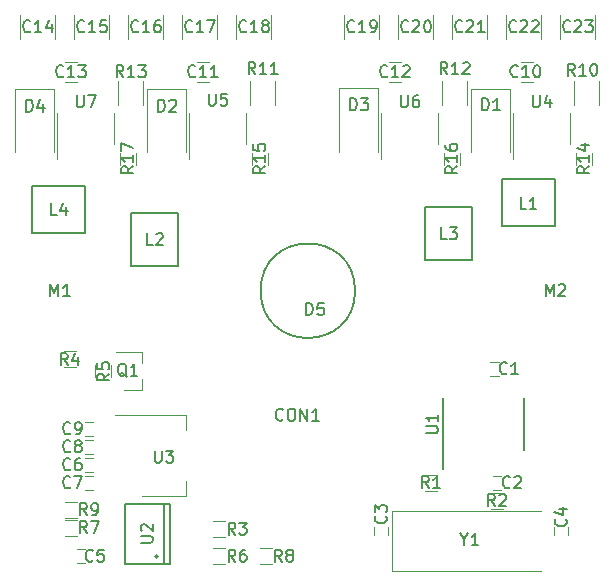
<source format=gto>
G04 #@! TF.GenerationSoftware,KiCad,Pcbnew,(2017-05-12 revision b823d0b78)-makepkg*
G04 #@! TF.CreationDate,2017-06-18T22:17:58+02:00*
G04 #@! TF.ProjectId,led_pixel_stm32f030,6C65645F706978656C5F73746D333266,1.1*
G04 #@! TF.FileFunction,Legend,Top*
G04 #@! TF.FilePolarity,Positive*
%FSLAX46Y46*%
G04 Gerber Fmt 4.6, Leading zero omitted, Abs format (unit mm)*
G04 Created by KiCad (PCBNEW (2017-05-12 revision b823d0b78)-makepkg) date 06/18/17 22:17:58*
%MOMM*%
%LPD*%
G01*
G04 APERTURE LIST*
%ADD10C,0.100000*%
%ADD11C,0.150000*%
%ADD12C,0.120000*%
G04 APERTURE END LIST*
D10*
D11*
X154000000Y-100000000D02*
G75*
G03X154000000Y-100000000I-4000000J0D01*
G01*
X131168000Y-91142000D02*
X131168000Y-95142000D01*
X126668000Y-91142000D02*
X131168000Y-91142000D01*
X126668000Y-95142000D02*
X126668000Y-91142000D01*
X131168000Y-95142000D02*
X126668000Y-95142000D01*
D12*
X135926400Y-108387200D02*
X134466400Y-108387200D01*
X135926400Y-105227200D02*
X133766400Y-105227200D01*
X135926400Y-105227200D02*
X135926400Y-106157200D01*
X135926400Y-108387200D02*
X135926400Y-107457200D01*
X130473000Y-121879000D02*
X131173000Y-121879000D01*
X131173000Y-123079000D02*
X130473000Y-123079000D01*
X165461200Y-106003800D02*
X166161200Y-106003800D01*
X166161200Y-107203800D02*
X165461200Y-107203800D01*
X166354500Y-116856000D02*
X165654500Y-116856000D01*
X165654500Y-115656000D02*
X166354500Y-115656000D01*
X156823000Y-119970000D02*
X156823000Y-120670000D01*
X155623000Y-120670000D02*
X155623000Y-119970000D01*
X170863000Y-120670000D02*
X170863000Y-119970000D01*
X172063000Y-119970000D02*
X172063000Y-120670000D01*
X131808000Y-115332000D02*
X131108000Y-115332000D01*
X131108000Y-114132000D02*
X131808000Y-114132000D01*
X131108000Y-115656000D02*
X131808000Y-115656000D01*
X131808000Y-116856000D02*
X131108000Y-116856000D01*
X131108000Y-112608000D02*
X131808000Y-112608000D01*
X131808000Y-113808000D02*
X131108000Y-113808000D01*
X131808000Y-112284000D02*
X131108000Y-112284000D01*
X131108000Y-111084000D02*
X131808000Y-111084000D01*
X168042000Y-82308000D02*
X169042000Y-82308000D01*
X169042000Y-80608000D02*
X168042000Y-80608000D01*
X140610000Y-82308000D02*
X141610000Y-82308000D01*
X141610000Y-80608000D02*
X140610000Y-80608000D01*
X157866000Y-80608000D02*
X156866000Y-80608000D01*
X156866000Y-82308000D02*
X157866000Y-82308000D01*
X129434000Y-82308000D02*
X130434000Y-82308000D01*
X130434000Y-80608000D02*
X129434000Y-80608000D01*
X167144000Y-82884000D02*
X163844000Y-82884000D01*
X163844000Y-82884000D02*
X163844000Y-88284000D01*
X167144000Y-82884000D02*
X167144000Y-88284000D01*
X139712000Y-82884000D02*
X139712000Y-88284000D01*
X136412000Y-82884000D02*
X136412000Y-88284000D01*
X139712000Y-82884000D02*
X136412000Y-82884000D01*
X155968000Y-82858600D02*
X155968000Y-88258600D01*
X152668000Y-82858600D02*
X152668000Y-88258600D01*
X155968000Y-82858600D02*
X152668000Y-82858600D01*
X128536000Y-82884000D02*
X125236000Y-82884000D01*
X125236000Y-82884000D02*
X125236000Y-88284000D01*
X128536000Y-82884000D02*
X128536000Y-88284000D01*
D11*
X170919000Y-94507000D02*
X166419000Y-94507000D01*
X166419000Y-94507000D02*
X166419000Y-90507000D01*
X166419000Y-90507000D02*
X170919000Y-90507000D01*
X170919000Y-90507000D02*
X170919000Y-94507000D01*
X139046000Y-97932000D02*
X135046000Y-97932000D01*
X139046000Y-93432000D02*
X139046000Y-97932000D01*
X135046000Y-93432000D02*
X139046000Y-93432000D01*
X135046000Y-97932000D02*
X135046000Y-93432000D01*
X159938000Y-97424000D02*
X159938000Y-92924000D01*
X159938000Y-92924000D02*
X163938000Y-92924000D01*
X163938000Y-92924000D02*
X163938000Y-97424000D01*
X163938000Y-97424000D02*
X159938000Y-97424000D01*
D12*
X160914000Y-116936000D02*
X159914000Y-116936000D01*
X159914000Y-115576000D02*
X160914000Y-115576000D01*
X143007000Y-120873000D02*
X142007000Y-120873000D01*
X142007000Y-119513000D02*
X143007000Y-119513000D01*
X129332400Y-105111200D02*
X130332400Y-105111200D01*
X130332400Y-106471200D02*
X129332400Y-106471200D01*
X131946400Y-107307200D02*
X131946400Y-106307200D01*
X133306400Y-106307200D02*
X133306400Y-107307200D01*
X142007000Y-121799000D02*
X143007000Y-121799000D01*
X143007000Y-123159000D02*
X142007000Y-123159000D01*
X130434000Y-120746000D02*
X129434000Y-120746000D01*
X129434000Y-119386000D02*
X130434000Y-119386000D01*
X146944000Y-123159000D02*
X145944000Y-123159000D01*
X145944000Y-121799000D02*
X146944000Y-121799000D01*
X130434000Y-119222000D02*
X129434000Y-119222000D01*
X129434000Y-117862000D02*
X130434000Y-117862000D01*
X174692000Y-82236000D02*
X174692000Y-84236000D01*
X172552000Y-84236000D02*
X172552000Y-82236000D01*
X145120000Y-84236000D02*
X145120000Y-82236000D01*
X147260000Y-82236000D02*
X147260000Y-84236000D01*
X161376000Y-84236000D02*
X161376000Y-82236000D01*
X163516000Y-82236000D02*
X163516000Y-84236000D01*
X136084000Y-82236000D02*
X136084000Y-84236000D01*
X133944000Y-84236000D02*
X133944000Y-82236000D01*
X172688000Y-89324000D02*
X172688000Y-88324000D01*
X174048000Y-88324000D02*
X174048000Y-89324000D01*
X145256000Y-89324000D02*
X145256000Y-88324000D01*
X146616000Y-88324000D02*
X146616000Y-89324000D01*
X162872000Y-88324000D02*
X162872000Y-89324000D01*
X161512000Y-89324000D02*
X161512000Y-88324000D01*
X135440000Y-88324000D02*
X135440000Y-89324000D01*
X134080000Y-89324000D02*
X134080000Y-88324000D01*
D11*
X161409000Y-115053000D02*
X161409000Y-109078000D01*
X168309000Y-113528000D02*
X168309000Y-109078000D01*
X138316000Y-118034000D02*
X134506000Y-118034000D01*
X138316000Y-123114000D02*
X134506000Y-123114000D01*
X138316000Y-123114000D02*
X138316000Y-118034000D01*
X134506000Y-123114000D02*
X134506000Y-118034000D01*
X137808000Y-123114000D02*
X137808000Y-118034000D01*
X137300000Y-122479000D02*
G75*
G03X137300000Y-122479000I-127000J0D01*
G01*
D12*
X133708000Y-110560000D02*
X139718000Y-110560000D01*
X135958000Y-117380000D02*
X139718000Y-117380000D01*
X139718000Y-110560000D02*
X139718000Y-111820000D01*
X139718000Y-117380000D02*
X139718000Y-116120000D01*
X172212000Y-84984000D02*
X172212000Y-87584000D01*
X167412000Y-88884000D02*
X167412000Y-84984000D01*
X144780000Y-84984000D02*
X144780000Y-87584000D01*
X139980000Y-88884000D02*
X139980000Y-84984000D01*
X161036000Y-84984000D02*
X161036000Y-87584000D01*
X156236000Y-88884000D02*
X156236000Y-84984000D01*
X133604000Y-84984000D02*
X133604000Y-87584000D01*
X128804000Y-88884000D02*
X128804000Y-84984000D01*
X157143000Y-123759000D02*
X169743000Y-123759000D01*
X157143000Y-118659000D02*
X157143000Y-123759000D01*
X169743000Y-118659000D02*
X157143000Y-118659000D01*
X166502000Y-118460000D02*
X165502000Y-118460000D01*
X165502000Y-117100000D02*
X166502000Y-117100000D01*
X125660000Y-76648000D02*
X125660000Y-78648000D01*
X128620000Y-78648000D02*
X128620000Y-76648000D01*
X133192000Y-78648000D02*
X133192000Y-76648000D01*
X130232000Y-76648000D02*
X130232000Y-78648000D01*
X137764000Y-78648000D02*
X137764000Y-76648000D01*
X134804000Y-76648000D02*
X134804000Y-78648000D01*
X142336000Y-78648000D02*
X142336000Y-76648000D01*
X139376000Y-76648000D02*
X139376000Y-78648000D01*
X146908000Y-78648000D02*
X146908000Y-76648000D01*
X143948000Y-76648000D02*
X143948000Y-78648000D01*
X153092000Y-76648000D02*
X153092000Y-78648000D01*
X156052000Y-78648000D02*
X156052000Y-76648000D01*
X157664000Y-76648000D02*
X157664000Y-78648000D01*
X160624000Y-78648000D02*
X160624000Y-76648000D01*
X162236000Y-76648000D02*
X162236000Y-78648000D01*
X165196000Y-78648000D02*
X165196000Y-76648000D01*
X166808000Y-76648000D02*
X166808000Y-78648000D01*
X169768000Y-78648000D02*
X169768000Y-76648000D01*
X174340000Y-78648000D02*
X174340000Y-76648000D01*
X171380000Y-76648000D02*
X171380000Y-78648000D01*
D11*
X149861904Y-102052380D02*
X149861904Y-101052380D01*
X150100000Y-101052380D01*
X150242857Y-101100000D01*
X150338095Y-101195238D01*
X150385714Y-101290476D01*
X150433333Y-101480952D01*
X150433333Y-101623809D01*
X150385714Y-101814285D01*
X150338095Y-101909523D01*
X150242857Y-102004761D01*
X150100000Y-102052380D01*
X149861904Y-102052380D01*
X151338095Y-101052380D02*
X150861904Y-101052380D01*
X150814285Y-101528571D01*
X150861904Y-101480952D01*
X150957142Y-101433333D01*
X151195238Y-101433333D01*
X151290476Y-101480952D01*
X151338095Y-101528571D01*
X151385714Y-101623809D01*
X151385714Y-101861904D01*
X151338095Y-101957142D01*
X151290476Y-102004761D01*
X151195238Y-102052380D01*
X150957142Y-102052380D01*
X150861904Y-102004761D01*
X150814285Y-101957142D01*
X147896714Y-110898142D02*
X147849095Y-110945761D01*
X147706238Y-110993380D01*
X147611000Y-110993380D01*
X147468142Y-110945761D01*
X147372904Y-110850523D01*
X147325285Y-110755285D01*
X147277666Y-110564809D01*
X147277666Y-110421952D01*
X147325285Y-110231476D01*
X147372904Y-110136238D01*
X147468142Y-110041000D01*
X147611000Y-109993380D01*
X147706238Y-109993380D01*
X147849095Y-110041000D01*
X147896714Y-110088619D01*
X148515761Y-109993380D02*
X148706238Y-109993380D01*
X148801476Y-110041000D01*
X148896714Y-110136238D01*
X148944333Y-110326714D01*
X148944333Y-110660047D01*
X148896714Y-110850523D01*
X148801476Y-110945761D01*
X148706238Y-110993380D01*
X148515761Y-110993380D01*
X148420523Y-110945761D01*
X148325285Y-110850523D01*
X148277666Y-110660047D01*
X148277666Y-110326714D01*
X148325285Y-110136238D01*
X148420523Y-110041000D01*
X148515761Y-109993380D01*
X149372904Y-110993380D02*
X149372904Y-109993380D01*
X149944333Y-110993380D01*
X149944333Y-109993380D01*
X150944333Y-110993380D02*
X150372904Y-110993380D01*
X150658619Y-110993380D02*
X150658619Y-109993380D01*
X150563380Y-110136238D01*
X150468142Y-110231476D01*
X150372904Y-110279095D01*
X128751333Y-93594380D02*
X128275142Y-93594380D01*
X128275142Y-92594380D01*
X129513238Y-92927714D02*
X129513238Y-93594380D01*
X129275142Y-92546761D02*
X129037047Y-93261047D01*
X129656095Y-93261047D01*
X134664761Y-107278619D02*
X134569523Y-107231000D01*
X134474285Y-107135761D01*
X134331428Y-106992904D01*
X134236190Y-106945285D01*
X134140952Y-106945285D01*
X134188571Y-107183380D02*
X134093333Y-107135761D01*
X133998095Y-107040523D01*
X133950476Y-106850047D01*
X133950476Y-106516714D01*
X133998095Y-106326238D01*
X134093333Y-106231000D01*
X134188571Y-106183380D01*
X134379047Y-106183380D01*
X134474285Y-106231000D01*
X134569523Y-106326238D01*
X134617142Y-106516714D01*
X134617142Y-106850047D01*
X134569523Y-107040523D01*
X134474285Y-107135761D01*
X134379047Y-107183380D01*
X134188571Y-107183380D01*
X135569523Y-107183380D02*
X134998095Y-107183380D01*
X135283809Y-107183380D02*
X135283809Y-106183380D01*
X135188571Y-106326238D01*
X135093333Y-106421476D01*
X134998095Y-106469095D01*
X131799333Y-122836142D02*
X131751714Y-122883761D01*
X131608857Y-122931380D01*
X131513619Y-122931380D01*
X131370761Y-122883761D01*
X131275523Y-122788523D01*
X131227904Y-122693285D01*
X131180285Y-122502809D01*
X131180285Y-122359952D01*
X131227904Y-122169476D01*
X131275523Y-122074238D01*
X131370761Y-121979000D01*
X131513619Y-121931380D01*
X131608857Y-121931380D01*
X131751714Y-121979000D01*
X131799333Y-122026619D01*
X132704095Y-121931380D02*
X132227904Y-121931380D01*
X132180285Y-122407571D01*
X132227904Y-122359952D01*
X132323142Y-122312333D01*
X132561238Y-122312333D01*
X132656476Y-122359952D01*
X132704095Y-122407571D01*
X132751714Y-122502809D01*
X132751714Y-122740904D01*
X132704095Y-122836142D01*
X132656476Y-122883761D01*
X132561238Y-122931380D01*
X132323142Y-122931380D01*
X132227904Y-122883761D01*
X132180285Y-122836142D01*
X166851333Y-106961142D02*
X166803714Y-107008761D01*
X166660857Y-107056380D01*
X166565619Y-107056380D01*
X166422761Y-107008761D01*
X166327523Y-106913523D01*
X166279904Y-106818285D01*
X166232285Y-106627809D01*
X166232285Y-106484952D01*
X166279904Y-106294476D01*
X166327523Y-106199238D01*
X166422761Y-106104000D01*
X166565619Y-106056380D01*
X166660857Y-106056380D01*
X166803714Y-106104000D01*
X166851333Y-106151619D01*
X167803714Y-107056380D02*
X167232285Y-107056380D01*
X167518000Y-107056380D02*
X167518000Y-106056380D01*
X167422761Y-106199238D01*
X167327523Y-106294476D01*
X167232285Y-106342095D01*
X167105333Y-116613142D02*
X167057714Y-116660761D01*
X166914857Y-116708380D01*
X166819619Y-116708380D01*
X166676761Y-116660761D01*
X166581523Y-116565523D01*
X166533904Y-116470285D01*
X166486285Y-116279809D01*
X166486285Y-116136952D01*
X166533904Y-115946476D01*
X166581523Y-115851238D01*
X166676761Y-115756000D01*
X166819619Y-115708380D01*
X166914857Y-115708380D01*
X167057714Y-115756000D01*
X167105333Y-115803619D01*
X167486285Y-115803619D02*
X167533904Y-115756000D01*
X167629142Y-115708380D01*
X167867238Y-115708380D01*
X167962476Y-115756000D01*
X168010095Y-115803619D01*
X168057714Y-115898857D01*
X168057714Y-115994095D01*
X168010095Y-116136952D01*
X167438666Y-116708380D01*
X168057714Y-116708380D01*
X156580142Y-119089666D02*
X156627761Y-119137285D01*
X156675380Y-119280142D01*
X156675380Y-119375380D01*
X156627761Y-119518238D01*
X156532523Y-119613476D01*
X156437285Y-119661095D01*
X156246809Y-119708714D01*
X156103952Y-119708714D01*
X155913476Y-119661095D01*
X155818238Y-119613476D01*
X155723000Y-119518238D01*
X155675380Y-119375380D01*
X155675380Y-119280142D01*
X155723000Y-119137285D01*
X155770619Y-119089666D01*
X155675380Y-118756333D02*
X155675380Y-118137285D01*
X156056333Y-118470619D01*
X156056333Y-118327761D01*
X156103952Y-118232523D01*
X156151571Y-118184904D01*
X156246809Y-118137285D01*
X156484904Y-118137285D01*
X156580142Y-118184904D01*
X156627761Y-118232523D01*
X156675380Y-118327761D01*
X156675380Y-118613476D01*
X156627761Y-118708714D01*
X156580142Y-118756333D01*
X171820142Y-119343666D02*
X171867761Y-119391285D01*
X171915380Y-119534142D01*
X171915380Y-119629380D01*
X171867761Y-119772238D01*
X171772523Y-119867476D01*
X171677285Y-119915095D01*
X171486809Y-119962714D01*
X171343952Y-119962714D01*
X171153476Y-119915095D01*
X171058238Y-119867476D01*
X170963000Y-119772238D01*
X170915380Y-119629380D01*
X170915380Y-119534142D01*
X170963000Y-119391285D01*
X171010619Y-119343666D01*
X171248714Y-118486523D02*
X171915380Y-118486523D01*
X170867761Y-118724619D02*
X171582047Y-118962714D01*
X171582047Y-118343666D01*
X129894333Y-115089142D02*
X129846714Y-115136761D01*
X129703857Y-115184380D01*
X129608619Y-115184380D01*
X129465761Y-115136761D01*
X129370523Y-115041523D01*
X129322904Y-114946285D01*
X129275285Y-114755809D01*
X129275285Y-114612952D01*
X129322904Y-114422476D01*
X129370523Y-114327238D01*
X129465761Y-114232000D01*
X129608619Y-114184380D01*
X129703857Y-114184380D01*
X129846714Y-114232000D01*
X129894333Y-114279619D01*
X130751476Y-114184380D02*
X130561000Y-114184380D01*
X130465761Y-114232000D01*
X130418142Y-114279619D01*
X130322904Y-114422476D01*
X130275285Y-114612952D01*
X130275285Y-114993904D01*
X130322904Y-115089142D01*
X130370523Y-115136761D01*
X130465761Y-115184380D01*
X130656238Y-115184380D01*
X130751476Y-115136761D01*
X130799095Y-115089142D01*
X130846714Y-114993904D01*
X130846714Y-114755809D01*
X130799095Y-114660571D01*
X130751476Y-114612952D01*
X130656238Y-114565333D01*
X130465761Y-114565333D01*
X130370523Y-114612952D01*
X130322904Y-114660571D01*
X130275285Y-114755809D01*
X129894333Y-116613142D02*
X129846714Y-116660761D01*
X129703857Y-116708380D01*
X129608619Y-116708380D01*
X129465761Y-116660761D01*
X129370523Y-116565523D01*
X129322904Y-116470285D01*
X129275285Y-116279809D01*
X129275285Y-116136952D01*
X129322904Y-115946476D01*
X129370523Y-115851238D01*
X129465761Y-115756000D01*
X129608619Y-115708380D01*
X129703857Y-115708380D01*
X129846714Y-115756000D01*
X129894333Y-115803619D01*
X130227666Y-115708380D02*
X130894333Y-115708380D01*
X130465761Y-116708380D01*
X129894333Y-113565142D02*
X129846714Y-113612761D01*
X129703857Y-113660380D01*
X129608619Y-113660380D01*
X129465761Y-113612761D01*
X129370523Y-113517523D01*
X129322904Y-113422285D01*
X129275285Y-113231809D01*
X129275285Y-113088952D01*
X129322904Y-112898476D01*
X129370523Y-112803238D01*
X129465761Y-112708000D01*
X129608619Y-112660380D01*
X129703857Y-112660380D01*
X129846714Y-112708000D01*
X129894333Y-112755619D01*
X130465761Y-113088952D02*
X130370523Y-113041333D01*
X130322904Y-112993714D01*
X130275285Y-112898476D01*
X130275285Y-112850857D01*
X130322904Y-112755619D01*
X130370523Y-112708000D01*
X130465761Y-112660380D01*
X130656238Y-112660380D01*
X130751476Y-112708000D01*
X130799095Y-112755619D01*
X130846714Y-112850857D01*
X130846714Y-112898476D01*
X130799095Y-112993714D01*
X130751476Y-113041333D01*
X130656238Y-113088952D01*
X130465761Y-113088952D01*
X130370523Y-113136571D01*
X130322904Y-113184190D01*
X130275285Y-113279428D01*
X130275285Y-113469904D01*
X130322904Y-113565142D01*
X130370523Y-113612761D01*
X130465761Y-113660380D01*
X130656238Y-113660380D01*
X130751476Y-113612761D01*
X130799095Y-113565142D01*
X130846714Y-113469904D01*
X130846714Y-113279428D01*
X130799095Y-113184190D01*
X130751476Y-113136571D01*
X130656238Y-113088952D01*
X129894333Y-112041142D02*
X129846714Y-112088761D01*
X129703857Y-112136380D01*
X129608619Y-112136380D01*
X129465761Y-112088761D01*
X129370523Y-111993523D01*
X129322904Y-111898285D01*
X129275285Y-111707809D01*
X129275285Y-111564952D01*
X129322904Y-111374476D01*
X129370523Y-111279238D01*
X129465761Y-111184000D01*
X129608619Y-111136380D01*
X129703857Y-111136380D01*
X129846714Y-111184000D01*
X129894333Y-111231619D01*
X130370523Y-112136380D02*
X130561000Y-112136380D01*
X130656238Y-112088761D01*
X130703857Y-112041142D01*
X130799095Y-111898285D01*
X130846714Y-111707809D01*
X130846714Y-111326857D01*
X130799095Y-111231619D01*
X130751476Y-111184000D01*
X130656238Y-111136380D01*
X130465761Y-111136380D01*
X130370523Y-111184000D01*
X130322904Y-111231619D01*
X130275285Y-111326857D01*
X130275285Y-111564952D01*
X130322904Y-111660190D01*
X130370523Y-111707809D01*
X130465761Y-111755428D01*
X130656238Y-111755428D01*
X130751476Y-111707809D01*
X130799095Y-111660190D01*
X130846714Y-111564952D01*
X167772142Y-81815142D02*
X167724523Y-81862761D01*
X167581666Y-81910380D01*
X167486428Y-81910380D01*
X167343571Y-81862761D01*
X167248333Y-81767523D01*
X167200714Y-81672285D01*
X167153095Y-81481809D01*
X167153095Y-81338952D01*
X167200714Y-81148476D01*
X167248333Y-81053238D01*
X167343571Y-80958000D01*
X167486428Y-80910380D01*
X167581666Y-80910380D01*
X167724523Y-80958000D01*
X167772142Y-81005619D01*
X168724523Y-81910380D02*
X168153095Y-81910380D01*
X168438809Y-81910380D02*
X168438809Y-80910380D01*
X168343571Y-81053238D01*
X168248333Y-81148476D01*
X168153095Y-81196095D01*
X169343571Y-80910380D02*
X169438809Y-80910380D01*
X169534047Y-80958000D01*
X169581666Y-81005619D01*
X169629285Y-81100857D01*
X169676904Y-81291333D01*
X169676904Y-81529428D01*
X169629285Y-81719904D01*
X169581666Y-81815142D01*
X169534047Y-81862761D01*
X169438809Y-81910380D01*
X169343571Y-81910380D01*
X169248333Y-81862761D01*
X169200714Y-81815142D01*
X169153095Y-81719904D01*
X169105476Y-81529428D01*
X169105476Y-81291333D01*
X169153095Y-81100857D01*
X169200714Y-81005619D01*
X169248333Y-80958000D01*
X169343571Y-80910380D01*
X140467142Y-81815142D02*
X140419523Y-81862761D01*
X140276666Y-81910380D01*
X140181428Y-81910380D01*
X140038571Y-81862761D01*
X139943333Y-81767523D01*
X139895714Y-81672285D01*
X139848095Y-81481809D01*
X139848095Y-81338952D01*
X139895714Y-81148476D01*
X139943333Y-81053238D01*
X140038571Y-80958000D01*
X140181428Y-80910380D01*
X140276666Y-80910380D01*
X140419523Y-80958000D01*
X140467142Y-81005619D01*
X141419523Y-81910380D02*
X140848095Y-81910380D01*
X141133809Y-81910380D02*
X141133809Y-80910380D01*
X141038571Y-81053238D01*
X140943333Y-81148476D01*
X140848095Y-81196095D01*
X142371904Y-81910380D02*
X141800476Y-81910380D01*
X142086190Y-81910380D02*
X142086190Y-80910380D01*
X141990952Y-81053238D01*
X141895714Y-81148476D01*
X141800476Y-81196095D01*
X156723142Y-81815142D02*
X156675523Y-81862761D01*
X156532666Y-81910380D01*
X156437428Y-81910380D01*
X156294571Y-81862761D01*
X156199333Y-81767523D01*
X156151714Y-81672285D01*
X156104095Y-81481809D01*
X156104095Y-81338952D01*
X156151714Y-81148476D01*
X156199333Y-81053238D01*
X156294571Y-80958000D01*
X156437428Y-80910380D01*
X156532666Y-80910380D01*
X156675523Y-80958000D01*
X156723142Y-81005619D01*
X157675523Y-81910380D02*
X157104095Y-81910380D01*
X157389809Y-81910380D02*
X157389809Y-80910380D01*
X157294571Y-81053238D01*
X157199333Y-81148476D01*
X157104095Y-81196095D01*
X158056476Y-81005619D02*
X158104095Y-80958000D01*
X158199333Y-80910380D01*
X158437428Y-80910380D01*
X158532666Y-80958000D01*
X158580285Y-81005619D01*
X158627904Y-81100857D01*
X158627904Y-81196095D01*
X158580285Y-81338952D01*
X158008857Y-81910380D01*
X158627904Y-81910380D01*
X129291142Y-81815142D02*
X129243523Y-81862761D01*
X129100666Y-81910380D01*
X129005428Y-81910380D01*
X128862571Y-81862761D01*
X128767333Y-81767523D01*
X128719714Y-81672285D01*
X128672095Y-81481809D01*
X128672095Y-81338952D01*
X128719714Y-81148476D01*
X128767333Y-81053238D01*
X128862571Y-80958000D01*
X129005428Y-80910380D01*
X129100666Y-80910380D01*
X129243523Y-80958000D01*
X129291142Y-81005619D01*
X130243523Y-81910380D02*
X129672095Y-81910380D01*
X129957809Y-81910380D02*
X129957809Y-80910380D01*
X129862571Y-81053238D01*
X129767333Y-81148476D01*
X129672095Y-81196095D01*
X130576857Y-80910380D02*
X131195904Y-80910380D01*
X130862571Y-81291333D01*
X131005428Y-81291333D01*
X131100666Y-81338952D01*
X131148285Y-81386571D01*
X131195904Y-81481809D01*
X131195904Y-81719904D01*
X131148285Y-81815142D01*
X131100666Y-81862761D01*
X131005428Y-81910380D01*
X130719714Y-81910380D01*
X130624476Y-81862761D01*
X130576857Y-81815142D01*
X164755904Y-84704380D02*
X164755904Y-83704380D01*
X164994000Y-83704380D01*
X165136857Y-83752000D01*
X165232095Y-83847238D01*
X165279714Y-83942476D01*
X165327333Y-84132952D01*
X165327333Y-84275809D01*
X165279714Y-84466285D01*
X165232095Y-84561523D01*
X165136857Y-84656761D01*
X164994000Y-84704380D01*
X164755904Y-84704380D01*
X166279714Y-84704380D02*
X165708285Y-84704380D01*
X165994000Y-84704380D02*
X165994000Y-83704380D01*
X165898761Y-83847238D01*
X165803523Y-83942476D01*
X165708285Y-83990095D01*
X137323904Y-84831380D02*
X137323904Y-83831380D01*
X137562000Y-83831380D01*
X137704857Y-83879000D01*
X137800095Y-83974238D01*
X137847714Y-84069476D01*
X137895333Y-84259952D01*
X137895333Y-84402809D01*
X137847714Y-84593285D01*
X137800095Y-84688523D01*
X137704857Y-84783761D01*
X137562000Y-84831380D01*
X137323904Y-84831380D01*
X138276285Y-83926619D02*
X138323904Y-83879000D01*
X138419142Y-83831380D01*
X138657238Y-83831380D01*
X138752476Y-83879000D01*
X138800095Y-83926619D01*
X138847714Y-84021857D01*
X138847714Y-84117095D01*
X138800095Y-84259952D01*
X138228666Y-84831380D01*
X138847714Y-84831380D01*
X153579904Y-84704380D02*
X153579904Y-83704380D01*
X153818000Y-83704380D01*
X153960857Y-83752000D01*
X154056095Y-83847238D01*
X154103714Y-83942476D01*
X154151333Y-84132952D01*
X154151333Y-84275809D01*
X154103714Y-84466285D01*
X154056095Y-84561523D01*
X153960857Y-84656761D01*
X153818000Y-84704380D01*
X153579904Y-84704380D01*
X154484666Y-83704380D02*
X155103714Y-83704380D01*
X154770380Y-84085333D01*
X154913238Y-84085333D01*
X155008476Y-84132952D01*
X155056095Y-84180571D01*
X155103714Y-84275809D01*
X155103714Y-84513904D01*
X155056095Y-84609142D01*
X155008476Y-84656761D01*
X154913238Y-84704380D01*
X154627523Y-84704380D01*
X154532285Y-84656761D01*
X154484666Y-84609142D01*
X126147904Y-84831380D02*
X126147904Y-83831380D01*
X126386000Y-83831380D01*
X126528857Y-83879000D01*
X126624095Y-83974238D01*
X126671714Y-84069476D01*
X126719333Y-84259952D01*
X126719333Y-84402809D01*
X126671714Y-84593285D01*
X126624095Y-84688523D01*
X126528857Y-84783761D01*
X126386000Y-84831380D01*
X126147904Y-84831380D01*
X127576476Y-84164714D02*
X127576476Y-84831380D01*
X127338380Y-83783761D02*
X127100285Y-84498047D01*
X127719333Y-84498047D01*
X168502333Y-93086380D02*
X168026142Y-93086380D01*
X168026142Y-92086380D01*
X169359476Y-93086380D02*
X168788047Y-93086380D01*
X169073761Y-93086380D02*
X169073761Y-92086380D01*
X168978523Y-92229238D01*
X168883285Y-92324476D01*
X168788047Y-92372095D01*
X136879333Y-96134380D02*
X136403142Y-96134380D01*
X136403142Y-95134380D01*
X137165047Y-95229619D02*
X137212666Y-95182000D01*
X137307904Y-95134380D01*
X137546000Y-95134380D01*
X137641238Y-95182000D01*
X137688857Y-95229619D01*
X137736476Y-95324857D01*
X137736476Y-95420095D01*
X137688857Y-95562952D01*
X137117428Y-96134380D01*
X137736476Y-96134380D01*
X161771333Y-95626380D02*
X161295142Y-95626380D01*
X161295142Y-94626380D01*
X162009428Y-94626380D02*
X162628476Y-94626380D01*
X162295142Y-95007333D01*
X162438000Y-95007333D01*
X162533238Y-95054952D01*
X162580857Y-95102571D01*
X162628476Y-95197809D01*
X162628476Y-95435904D01*
X162580857Y-95531142D01*
X162533238Y-95578761D01*
X162438000Y-95626380D01*
X162152285Y-95626380D01*
X162057047Y-95578761D01*
X162009428Y-95531142D01*
X160247333Y-116708380D02*
X159914000Y-116232190D01*
X159675904Y-116708380D02*
X159675904Y-115708380D01*
X160056857Y-115708380D01*
X160152095Y-115756000D01*
X160199714Y-115803619D01*
X160247333Y-115898857D01*
X160247333Y-116041714D01*
X160199714Y-116136952D01*
X160152095Y-116184571D01*
X160056857Y-116232190D01*
X159675904Y-116232190D01*
X161199714Y-116708380D02*
X160628285Y-116708380D01*
X160914000Y-116708380D02*
X160914000Y-115708380D01*
X160818761Y-115851238D01*
X160723523Y-115946476D01*
X160628285Y-115994095D01*
X143864333Y-120645380D02*
X143531000Y-120169190D01*
X143292904Y-120645380D02*
X143292904Y-119645380D01*
X143673857Y-119645380D01*
X143769095Y-119693000D01*
X143816714Y-119740619D01*
X143864333Y-119835857D01*
X143864333Y-119978714D01*
X143816714Y-120073952D01*
X143769095Y-120121571D01*
X143673857Y-120169190D01*
X143292904Y-120169190D01*
X144197666Y-119645380D02*
X144816714Y-119645380D01*
X144483380Y-120026333D01*
X144626238Y-120026333D01*
X144721476Y-120073952D01*
X144769095Y-120121571D01*
X144816714Y-120216809D01*
X144816714Y-120454904D01*
X144769095Y-120550142D01*
X144721476Y-120597761D01*
X144626238Y-120645380D01*
X144340523Y-120645380D01*
X144245285Y-120597761D01*
X144197666Y-120550142D01*
X129665733Y-106294380D02*
X129332400Y-105818190D01*
X129094304Y-106294380D02*
X129094304Y-105294380D01*
X129475257Y-105294380D01*
X129570495Y-105342000D01*
X129618114Y-105389619D01*
X129665733Y-105484857D01*
X129665733Y-105627714D01*
X129618114Y-105722952D01*
X129570495Y-105770571D01*
X129475257Y-105818190D01*
X129094304Y-105818190D01*
X130522876Y-105627714D02*
X130522876Y-106294380D01*
X130284780Y-105246761D02*
X130046685Y-105961047D01*
X130665733Y-105961047D01*
X133180380Y-107024666D02*
X132704190Y-107358000D01*
X133180380Y-107596095D02*
X132180380Y-107596095D01*
X132180380Y-107215142D01*
X132228000Y-107119904D01*
X132275619Y-107072285D01*
X132370857Y-107024666D01*
X132513714Y-107024666D01*
X132608952Y-107072285D01*
X132656571Y-107119904D01*
X132704190Y-107215142D01*
X132704190Y-107596095D01*
X132180380Y-106119904D02*
X132180380Y-106596095D01*
X132656571Y-106643714D01*
X132608952Y-106596095D01*
X132561333Y-106500857D01*
X132561333Y-106262761D01*
X132608952Y-106167523D01*
X132656571Y-106119904D01*
X132751809Y-106072285D01*
X132989904Y-106072285D01*
X133085142Y-106119904D01*
X133132761Y-106167523D01*
X133180380Y-106262761D01*
X133180380Y-106500857D01*
X133132761Y-106596095D01*
X133085142Y-106643714D01*
X143864333Y-122931380D02*
X143531000Y-122455190D01*
X143292904Y-122931380D02*
X143292904Y-121931380D01*
X143673857Y-121931380D01*
X143769095Y-121979000D01*
X143816714Y-122026619D01*
X143864333Y-122121857D01*
X143864333Y-122264714D01*
X143816714Y-122359952D01*
X143769095Y-122407571D01*
X143673857Y-122455190D01*
X143292904Y-122455190D01*
X144721476Y-121931380D02*
X144531000Y-121931380D01*
X144435761Y-121979000D01*
X144388142Y-122026619D01*
X144292904Y-122169476D01*
X144245285Y-122359952D01*
X144245285Y-122740904D01*
X144292904Y-122836142D01*
X144340523Y-122883761D01*
X144435761Y-122931380D01*
X144626238Y-122931380D01*
X144721476Y-122883761D01*
X144769095Y-122836142D01*
X144816714Y-122740904D01*
X144816714Y-122502809D01*
X144769095Y-122407571D01*
X144721476Y-122359952D01*
X144626238Y-122312333D01*
X144435761Y-122312333D01*
X144340523Y-122359952D01*
X144292904Y-122407571D01*
X144245285Y-122502809D01*
X131291333Y-120518380D02*
X130958000Y-120042190D01*
X130719904Y-120518380D02*
X130719904Y-119518380D01*
X131100857Y-119518380D01*
X131196095Y-119566000D01*
X131243714Y-119613619D01*
X131291333Y-119708857D01*
X131291333Y-119851714D01*
X131243714Y-119946952D01*
X131196095Y-119994571D01*
X131100857Y-120042190D01*
X130719904Y-120042190D01*
X131624666Y-119518380D02*
X132291333Y-119518380D01*
X131862761Y-120518380D01*
X147801333Y-122931380D02*
X147468000Y-122455190D01*
X147229904Y-122931380D02*
X147229904Y-121931380D01*
X147610857Y-121931380D01*
X147706095Y-121979000D01*
X147753714Y-122026619D01*
X147801333Y-122121857D01*
X147801333Y-122264714D01*
X147753714Y-122359952D01*
X147706095Y-122407571D01*
X147610857Y-122455190D01*
X147229904Y-122455190D01*
X148372761Y-122359952D02*
X148277523Y-122312333D01*
X148229904Y-122264714D01*
X148182285Y-122169476D01*
X148182285Y-122121857D01*
X148229904Y-122026619D01*
X148277523Y-121979000D01*
X148372761Y-121931380D01*
X148563238Y-121931380D01*
X148658476Y-121979000D01*
X148706095Y-122026619D01*
X148753714Y-122121857D01*
X148753714Y-122169476D01*
X148706095Y-122264714D01*
X148658476Y-122312333D01*
X148563238Y-122359952D01*
X148372761Y-122359952D01*
X148277523Y-122407571D01*
X148229904Y-122455190D01*
X148182285Y-122550428D01*
X148182285Y-122740904D01*
X148229904Y-122836142D01*
X148277523Y-122883761D01*
X148372761Y-122931380D01*
X148563238Y-122931380D01*
X148658476Y-122883761D01*
X148706095Y-122836142D01*
X148753714Y-122740904D01*
X148753714Y-122550428D01*
X148706095Y-122455190D01*
X148658476Y-122407571D01*
X148563238Y-122359952D01*
X131291333Y-118994380D02*
X130958000Y-118518190D01*
X130719904Y-118994380D02*
X130719904Y-117994380D01*
X131100857Y-117994380D01*
X131196095Y-118042000D01*
X131243714Y-118089619D01*
X131291333Y-118184857D01*
X131291333Y-118327714D01*
X131243714Y-118422952D01*
X131196095Y-118470571D01*
X131100857Y-118518190D01*
X130719904Y-118518190D01*
X131767523Y-118994380D02*
X131958000Y-118994380D01*
X132053238Y-118946761D01*
X132100857Y-118899142D01*
X132196095Y-118756285D01*
X132243714Y-118565809D01*
X132243714Y-118184857D01*
X132196095Y-118089619D01*
X132148476Y-118042000D01*
X132053238Y-117994380D01*
X131862761Y-117994380D01*
X131767523Y-118042000D01*
X131719904Y-118089619D01*
X131672285Y-118184857D01*
X131672285Y-118422952D01*
X131719904Y-118518190D01*
X131767523Y-118565809D01*
X131862761Y-118613428D01*
X132053238Y-118613428D01*
X132148476Y-118565809D01*
X132196095Y-118518190D01*
X132243714Y-118422952D01*
X172598142Y-81783380D02*
X172264809Y-81307190D01*
X172026714Y-81783380D02*
X172026714Y-80783380D01*
X172407666Y-80783380D01*
X172502904Y-80831000D01*
X172550523Y-80878619D01*
X172598142Y-80973857D01*
X172598142Y-81116714D01*
X172550523Y-81211952D01*
X172502904Y-81259571D01*
X172407666Y-81307190D01*
X172026714Y-81307190D01*
X173550523Y-81783380D02*
X172979095Y-81783380D01*
X173264809Y-81783380D02*
X173264809Y-80783380D01*
X173169571Y-80926238D01*
X173074333Y-81021476D01*
X172979095Y-81069095D01*
X174169571Y-80783380D02*
X174264809Y-80783380D01*
X174360047Y-80831000D01*
X174407666Y-80878619D01*
X174455285Y-80973857D01*
X174502904Y-81164333D01*
X174502904Y-81402428D01*
X174455285Y-81592904D01*
X174407666Y-81688142D01*
X174360047Y-81735761D01*
X174264809Y-81783380D01*
X174169571Y-81783380D01*
X174074333Y-81735761D01*
X174026714Y-81688142D01*
X173979095Y-81592904D01*
X173931476Y-81402428D01*
X173931476Y-81164333D01*
X173979095Y-80973857D01*
X174026714Y-80878619D01*
X174074333Y-80831000D01*
X174169571Y-80783380D01*
X145547142Y-81656380D02*
X145213809Y-81180190D01*
X144975714Y-81656380D02*
X144975714Y-80656380D01*
X145356666Y-80656380D01*
X145451904Y-80704000D01*
X145499523Y-80751619D01*
X145547142Y-80846857D01*
X145547142Y-80989714D01*
X145499523Y-81084952D01*
X145451904Y-81132571D01*
X145356666Y-81180190D01*
X144975714Y-81180190D01*
X146499523Y-81656380D02*
X145928095Y-81656380D01*
X146213809Y-81656380D02*
X146213809Y-80656380D01*
X146118571Y-80799238D01*
X146023333Y-80894476D01*
X145928095Y-80942095D01*
X147451904Y-81656380D02*
X146880476Y-81656380D01*
X147166190Y-81656380D02*
X147166190Y-80656380D01*
X147070952Y-80799238D01*
X146975714Y-80894476D01*
X146880476Y-80942095D01*
X161803142Y-81656380D02*
X161469809Y-81180190D01*
X161231714Y-81656380D02*
X161231714Y-80656380D01*
X161612666Y-80656380D01*
X161707904Y-80704000D01*
X161755523Y-80751619D01*
X161803142Y-80846857D01*
X161803142Y-80989714D01*
X161755523Y-81084952D01*
X161707904Y-81132571D01*
X161612666Y-81180190D01*
X161231714Y-81180190D01*
X162755523Y-81656380D02*
X162184095Y-81656380D01*
X162469809Y-81656380D02*
X162469809Y-80656380D01*
X162374571Y-80799238D01*
X162279333Y-80894476D01*
X162184095Y-80942095D01*
X163136476Y-80751619D02*
X163184095Y-80704000D01*
X163279333Y-80656380D01*
X163517428Y-80656380D01*
X163612666Y-80704000D01*
X163660285Y-80751619D01*
X163707904Y-80846857D01*
X163707904Y-80942095D01*
X163660285Y-81084952D01*
X163088857Y-81656380D01*
X163707904Y-81656380D01*
X134371142Y-81910380D02*
X134037809Y-81434190D01*
X133799714Y-81910380D02*
X133799714Y-80910380D01*
X134180666Y-80910380D01*
X134275904Y-80958000D01*
X134323523Y-81005619D01*
X134371142Y-81100857D01*
X134371142Y-81243714D01*
X134323523Y-81338952D01*
X134275904Y-81386571D01*
X134180666Y-81434190D01*
X133799714Y-81434190D01*
X135323523Y-81910380D02*
X134752095Y-81910380D01*
X135037809Y-81910380D02*
X135037809Y-80910380D01*
X134942571Y-81053238D01*
X134847333Y-81148476D01*
X134752095Y-81196095D01*
X135656857Y-80910380D02*
X136275904Y-80910380D01*
X135942571Y-81291333D01*
X136085428Y-81291333D01*
X136180666Y-81338952D01*
X136228285Y-81386571D01*
X136275904Y-81481809D01*
X136275904Y-81719904D01*
X136228285Y-81815142D01*
X136180666Y-81862761D01*
X136085428Y-81910380D01*
X135799714Y-81910380D01*
X135704476Y-81862761D01*
X135656857Y-81815142D01*
X173820380Y-89466857D02*
X173344190Y-89800190D01*
X173820380Y-90038285D02*
X172820380Y-90038285D01*
X172820380Y-89657333D01*
X172868000Y-89562095D01*
X172915619Y-89514476D01*
X173010857Y-89466857D01*
X173153714Y-89466857D01*
X173248952Y-89514476D01*
X173296571Y-89562095D01*
X173344190Y-89657333D01*
X173344190Y-90038285D01*
X173820380Y-88514476D02*
X173820380Y-89085904D01*
X173820380Y-88800190D02*
X172820380Y-88800190D01*
X172963238Y-88895428D01*
X173058476Y-88990666D01*
X173106095Y-89085904D01*
X173153714Y-87657333D02*
X173820380Y-87657333D01*
X172772761Y-87895428D02*
X173487047Y-88133523D01*
X173487047Y-87514476D01*
X146388380Y-89466857D02*
X145912190Y-89800190D01*
X146388380Y-90038285D02*
X145388380Y-90038285D01*
X145388380Y-89657333D01*
X145436000Y-89562095D01*
X145483619Y-89514476D01*
X145578857Y-89466857D01*
X145721714Y-89466857D01*
X145816952Y-89514476D01*
X145864571Y-89562095D01*
X145912190Y-89657333D01*
X145912190Y-90038285D01*
X146388380Y-88514476D02*
X146388380Y-89085904D01*
X146388380Y-88800190D02*
X145388380Y-88800190D01*
X145531238Y-88895428D01*
X145626476Y-88990666D01*
X145674095Y-89085904D01*
X145388380Y-87609714D02*
X145388380Y-88085904D01*
X145864571Y-88133523D01*
X145816952Y-88085904D01*
X145769333Y-87990666D01*
X145769333Y-87752571D01*
X145816952Y-87657333D01*
X145864571Y-87609714D01*
X145959809Y-87562095D01*
X146197904Y-87562095D01*
X146293142Y-87609714D01*
X146340761Y-87657333D01*
X146388380Y-87752571D01*
X146388380Y-87990666D01*
X146340761Y-88085904D01*
X146293142Y-88133523D01*
X162644380Y-89466857D02*
X162168190Y-89800190D01*
X162644380Y-90038285D02*
X161644380Y-90038285D01*
X161644380Y-89657333D01*
X161692000Y-89562095D01*
X161739619Y-89514476D01*
X161834857Y-89466857D01*
X161977714Y-89466857D01*
X162072952Y-89514476D01*
X162120571Y-89562095D01*
X162168190Y-89657333D01*
X162168190Y-90038285D01*
X162644380Y-88514476D02*
X162644380Y-89085904D01*
X162644380Y-88800190D02*
X161644380Y-88800190D01*
X161787238Y-88895428D01*
X161882476Y-88990666D01*
X161930095Y-89085904D01*
X161644380Y-87657333D02*
X161644380Y-87847809D01*
X161692000Y-87943047D01*
X161739619Y-87990666D01*
X161882476Y-88085904D01*
X162072952Y-88133523D01*
X162453904Y-88133523D01*
X162549142Y-88085904D01*
X162596761Y-88038285D01*
X162644380Y-87943047D01*
X162644380Y-87752571D01*
X162596761Y-87657333D01*
X162549142Y-87609714D01*
X162453904Y-87562095D01*
X162215809Y-87562095D01*
X162120571Y-87609714D01*
X162072952Y-87657333D01*
X162025333Y-87752571D01*
X162025333Y-87943047D01*
X162072952Y-88038285D01*
X162120571Y-88085904D01*
X162215809Y-88133523D01*
X135212380Y-89466857D02*
X134736190Y-89800190D01*
X135212380Y-90038285D02*
X134212380Y-90038285D01*
X134212380Y-89657333D01*
X134260000Y-89562095D01*
X134307619Y-89514476D01*
X134402857Y-89466857D01*
X134545714Y-89466857D01*
X134640952Y-89514476D01*
X134688571Y-89562095D01*
X134736190Y-89657333D01*
X134736190Y-90038285D01*
X135212380Y-88514476D02*
X135212380Y-89085904D01*
X135212380Y-88800190D02*
X134212380Y-88800190D01*
X134355238Y-88895428D01*
X134450476Y-88990666D01*
X134498095Y-89085904D01*
X134212380Y-88181142D02*
X134212380Y-87514476D01*
X135212380Y-87943047D01*
X160011380Y-112064904D02*
X160820904Y-112064904D01*
X160916142Y-112017285D01*
X160963761Y-111969666D01*
X161011380Y-111874428D01*
X161011380Y-111683952D01*
X160963761Y-111588714D01*
X160916142Y-111541095D01*
X160820904Y-111493476D01*
X160011380Y-111493476D01*
X161011380Y-110493476D02*
X161011380Y-111064904D01*
X161011380Y-110779190D02*
X160011380Y-110779190D01*
X160154238Y-110874428D01*
X160249476Y-110969666D01*
X160297095Y-111064904D01*
X135863380Y-121335904D02*
X136672904Y-121335904D01*
X136768142Y-121288285D01*
X136815761Y-121240666D01*
X136863380Y-121145428D01*
X136863380Y-120954952D01*
X136815761Y-120859714D01*
X136768142Y-120812095D01*
X136672904Y-120764476D01*
X135863380Y-120764476D01*
X135958619Y-120335904D02*
X135911000Y-120288285D01*
X135863380Y-120193047D01*
X135863380Y-119954952D01*
X135911000Y-119859714D01*
X135958619Y-119812095D01*
X136053857Y-119764476D01*
X136149095Y-119764476D01*
X136291952Y-119812095D01*
X136863380Y-120383523D01*
X136863380Y-119764476D01*
X137046095Y-113549380D02*
X137046095Y-114358904D01*
X137093714Y-114454142D01*
X137141333Y-114501761D01*
X137236571Y-114549380D01*
X137427047Y-114549380D01*
X137522285Y-114501761D01*
X137569904Y-114454142D01*
X137617523Y-114358904D01*
X137617523Y-113549380D01*
X137998476Y-113549380D02*
X138617523Y-113549380D01*
X138284190Y-113930333D01*
X138427047Y-113930333D01*
X138522285Y-113977952D01*
X138569904Y-114025571D01*
X138617523Y-114120809D01*
X138617523Y-114358904D01*
X138569904Y-114454142D01*
X138522285Y-114501761D01*
X138427047Y-114549380D01*
X138141333Y-114549380D01*
X138046095Y-114501761D01*
X137998476Y-114454142D01*
X169050095Y-83450380D02*
X169050095Y-84259904D01*
X169097714Y-84355142D01*
X169145333Y-84402761D01*
X169240571Y-84450380D01*
X169431047Y-84450380D01*
X169526285Y-84402761D01*
X169573904Y-84355142D01*
X169621523Y-84259904D01*
X169621523Y-83450380D01*
X170526285Y-83783714D02*
X170526285Y-84450380D01*
X170288190Y-83402761D02*
X170050095Y-84117047D01*
X170669142Y-84117047D01*
X141618095Y-83323380D02*
X141618095Y-84132904D01*
X141665714Y-84228142D01*
X141713333Y-84275761D01*
X141808571Y-84323380D01*
X141999047Y-84323380D01*
X142094285Y-84275761D01*
X142141904Y-84228142D01*
X142189523Y-84132904D01*
X142189523Y-83323380D01*
X143141904Y-83323380D02*
X142665714Y-83323380D01*
X142618095Y-83799571D01*
X142665714Y-83751952D01*
X142760952Y-83704333D01*
X142999047Y-83704333D01*
X143094285Y-83751952D01*
X143141904Y-83799571D01*
X143189523Y-83894809D01*
X143189523Y-84132904D01*
X143141904Y-84228142D01*
X143094285Y-84275761D01*
X142999047Y-84323380D01*
X142760952Y-84323380D01*
X142665714Y-84275761D01*
X142618095Y-84228142D01*
X157874095Y-83450380D02*
X157874095Y-84259904D01*
X157921714Y-84355142D01*
X157969333Y-84402761D01*
X158064571Y-84450380D01*
X158255047Y-84450380D01*
X158350285Y-84402761D01*
X158397904Y-84355142D01*
X158445523Y-84259904D01*
X158445523Y-83450380D01*
X159350285Y-83450380D02*
X159159809Y-83450380D01*
X159064571Y-83498000D01*
X159016952Y-83545619D01*
X158921714Y-83688476D01*
X158874095Y-83878952D01*
X158874095Y-84259904D01*
X158921714Y-84355142D01*
X158969333Y-84402761D01*
X159064571Y-84450380D01*
X159255047Y-84450380D01*
X159350285Y-84402761D01*
X159397904Y-84355142D01*
X159445523Y-84259904D01*
X159445523Y-84021809D01*
X159397904Y-83926571D01*
X159350285Y-83878952D01*
X159255047Y-83831333D01*
X159064571Y-83831333D01*
X158969333Y-83878952D01*
X158921714Y-83926571D01*
X158874095Y-84021809D01*
X130442095Y-83450380D02*
X130442095Y-84259904D01*
X130489714Y-84355142D01*
X130537333Y-84402761D01*
X130632571Y-84450380D01*
X130823047Y-84450380D01*
X130918285Y-84402761D01*
X130965904Y-84355142D01*
X131013523Y-84259904D01*
X131013523Y-83450380D01*
X131394476Y-83450380D02*
X132061142Y-83450380D01*
X131632571Y-84450380D01*
X163239809Y-121058190D02*
X163239809Y-121534380D01*
X162906476Y-120534380D02*
X163239809Y-121058190D01*
X163573142Y-120534380D01*
X164430285Y-121534380D02*
X163858857Y-121534380D01*
X164144571Y-121534380D02*
X164144571Y-120534380D01*
X164049333Y-120677238D01*
X163954095Y-120772476D01*
X163858857Y-120820095D01*
X165835333Y-118232380D02*
X165502000Y-117756190D01*
X165263904Y-118232380D02*
X165263904Y-117232380D01*
X165644857Y-117232380D01*
X165740095Y-117280000D01*
X165787714Y-117327619D01*
X165835333Y-117422857D01*
X165835333Y-117565714D01*
X165787714Y-117660952D01*
X165740095Y-117708571D01*
X165644857Y-117756190D01*
X165263904Y-117756190D01*
X166216285Y-117327619D02*
X166263904Y-117280000D01*
X166359142Y-117232380D01*
X166597238Y-117232380D01*
X166692476Y-117280000D01*
X166740095Y-117327619D01*
X166787714Y-117422857D01*
X166787714Y-117518095D01*
X166740095Y-117660952D01*
X166168666Y-118232380D01*
X166787714Y-118232380D01*
X126497142Y-78005142D02*
X126449523Y-78052761D01*
X126306666Y-78100380D01*
X126211428Y-78100380D01*
X126068571Y-78052761D01*
X125973333Y-77957523D01*
X125925714Y-77862285D01*
X125878095Y-77671809D01*
X125878095Y-77528952D01*
X125925714Y-77338476D01*
X125973333Y-77243238D01*
X126068571Y-77148000D01*
X126211428Y-77100380D01*
X126306666Y-77100380D01*
X126449523Y-77148000D01*
X126497142Y-77195619D01*
X127449523Y-78100380D02*
X126878095Y-78100380D01*
X127163809Y-78100380D02*
X127163809Y-77100380D01*
X127068571Y-77243238D01*
X126973333Y-77338476D01*
X126878095Y-77386095D01*
X128306666Y-77433714D02*
X128306666Y-78100380D01*
X128068571Y-77052761D02*
X127830476Y-77767047D01*
X128449523Y-77767047D01*
X131069142Y-78005142D02*
X131021523Y-78052761D01*
X130878666Y-78100380D01*
X130783428Y-78100380D01*
X130640571Y-78052761D01*
X130545333Y-77957523D01*
X130497714Y-77862285D01*
X130450095Y-77671809D01*
X130450095Y-77528952D01*
X130497714Y-77338476D01*
X130545333Y-77243238D01*
X130640571Y-77148000D01*
X130783428Y-77100380D01*
X130878666Y-77100380D01*
X131021523Y-77148000D01*
X131069142Y-77195619D01*
X132021523Y-78100380D02*
X131450095Y-78100380D01*
X131735809Y-78100380D02*
X131735809Y-77100380D01*
X131640571Y-77243238D01*
X131545333Y-77338476D01*
X131450095Y-77386095D01*
X132926285Y-77100380D02*
X132450095Y-77100380D01*
X132402476Y-77576571D01*
X132450095Y-77528952D01*
X132545333Y-77481333D01*
X132783428Y-77481333D01*
X132878666Y-77528952D01*
X132926285Y-77576571D01*
X132973904Y-77671809D01*
X132973904Y-77909904D01*
X132926285Y-78005142D01*
X132878666Y-78052761D01*
X132783428Y-78100380D01*
X132545333Y-78100380D01*
X132450095Y-78052761D01*
X132402476Y-78005142D01*
X135641142Y-78005142D02*
X135593523Y-78052761D01*
X135450666Y-78100380D01*
X135355428Y-78100380D01*
X135212571Y-78052761D01*
X135117333Y-77957523D01*
X135069714Y-77862285D01*
X135022095Y-77671809D01*
X135022095Y-77528952D01*
X135069714Y-77338476D01*
X135117333Y-77243238D01*
X135212571Y-77148000D01*
X135355428Y-77100380D01*
X135450666Y-77100380D01*
X135593523Y-77148000D01*
X135641142Y-77195619D01*
X136593523Y-78100380D02*
X136022095Y-78100380D01*
X136307809Y-78100380D02*
X136307809Y-77100380D01*
X136212571Y-77243238D01*
X136117333Y-77338476D01*
X136022095Y-77386095D01*
X137450666Y-77100380D02*
X137260190Y-77100380D01*
X137164952Y-77148000D01*
X137117333Y-77195619D01*
X137022095Y-77338476D01*
X136974476Y-77528952D01*
X136974476Y-77909904D01*
X137022095Y-78005142D01*
X137069714Y-78052761D01*
X137164952Y-78100380D01*
X137355428Y-78100380D01*
X137450666Y-78052761D01*
X137498285Y-78005142D01*
X137545904Y-77909904D01*
X137545904Y-77671809D01*
X137498285Y-77576571D01*
X137450666Y-77528952D01*
X137355428Y-77481333D01*
X137164952Y-77481333D01*
X137069714Y-77528952D01*
X137022095Y-77576571D01*
X136974476Y-77671809D01*
X140213142Y-78005142D02*
X140165523Y-78052761D01*
X140022666Y-78100380D01*
X139927428Y-78100380D01*
X139784571Y-78052761D01*
X139689333Y-77957523D01*
X139641714Y-77862285D01*
X139594095Y-77671809D01*
X139594095Y-77528952D01*
X139641714Y-77338476D01*
X139689333Y-77243238D01*
X139784571Y-77148000D01*
X139927428Y-77100380D01*
X140022666Y-77100380D01*
X140165523Y-77148000D01*
X140213142Y-77195619D01*
X141165523Y-78100380D02*
X140594095Y-78100380D01*
X140879809Y-78100380D02*
X140879809Y-77100380D01*
X140784571Y-77243238D01*
X140689333Y-77338476D01*
X140594095Y-77386095D01*
X141498857Y-77100380D02*
X142165523Y-77100380D01*
X141736952Y-78100380D01*
X144785142Y-78005142D02*
X144737523Y-78052761D01*
X144594666Y-78100380D01*
X144499428Y-78100380D01*
X144356571Y-78052761D01*
X144261333Y-77957523D01*
X144213714Y-77862285D01*
X144166095Y-77671809D01*
X144166095Y-77528952D01*
X144213714Y-77338476D01*
X144261333Y-77243238D01*
X144356571Y-77148000D01*
X144499428Y-77100380D01*
X144594666Y-77100380D01*
X144737523Y-77148000D01*
X144785142Y-77195619D01*
X145737523Y-78100380D02*
X145166095Y-78100380D01*
X145451809Y-78100380D02*
X145451809Y-77100380D01*
X145356571Y-77243238D01*
X145261333Y-77338476D01*
X145166095Y-77386095D01*
X146308952Y-77528952D02*
X146213714Y-77481333D01*
X146166095Y-77433714D01*
X146118476Y-77338476D01*
X146118476Y-77290857D01*
X146166095Y-77195619D01*
X146213714Y-77148000D01*
X146308952Y-77100380D01*
X146499428Y-77100380D01*
X146594666Y-77148000D01*
X146642285Y-77195619D01*
X146689904Y-77290857D01*
X146689904Y-77338476D01*
X146642285Y-77433714D01*
X146594666Y-77481333D01*
X146499428Y-77528952D01*
X146308952Y-77528952D01*
X146213714Y-77576571D01*
X146166095Y-77624190D01*
X146118476Y-77719428D01*
X146118476Y-77909904D01*
X146166095Y-78005142D01*
X146213714Y-78052761D01*
X146308952Y-78100380D01*
X146499428Y-78100380D01*
X146594666Y-78052761D01*
X146642285Y-78005142D01*
X146689904Y-77909904D01*
X146689904Y-77719428D01*
X146642285Y-77624190D01*
X146594666Y-77576571D01*
X146499428Y-77528952D01*
X153929142Y-78005142D02*
X153881523Y-78052761D01*
X153738666Y-78100380D01*
X153643428Y-78100380D01*
X153500571Y-78052761D01*
X153405333Y-77957523D01*
X153357714Y-77862285D01*
X153310095Y-77671809D01*
X153310095Y-77528952D01*
X153357714Y-77338476D01*
X153405333Y-77243238D01*
X153500571Y-77148000D01*
X153643428Y-77100380D01*
X153738666Y-77100380D01*
X153881523Y-77148000D01*
X153929142Y-77195619D01*
X154881523Y-78100380D02*
X154310095Y-78100380D01*
X154595809Y-78100380D02*
X154595809Y-77100380D01*
X154500571Y-77243238D01*
X154405333Y-77338476D01*
X154310095Y-77386095D01*
X155357714Y-78100380D02*
X155548190Y-78100380D01*
X155643428Y-78052761D01*
X155691047Y-78005142D01*
X155786285Y-77862285D01*
X155833904Y-77671809D01*
X155833904Y-77290857D01*
X155786285Y-77195619D01*
X155738666Y-77148000D01*
X155643428Y-77100380D01*
X155452952Y-77100380D01*
X155357714Y-77148000D01*
X155310095Y-77195619D01*
X155262476Y-77290857D01*
X155262476Y-77528952D01*
X155310095Y-77624190D01*
X155357714Y-77671809D01*
X155452952Y-77719428D01*
X155643428Y-77719428D01*
X155738666Y-77671809D01*
X155786285Y-77624190D01*
X155833904Y-77528952D01*
X158501142Y-78005142D02*
X158453523Y-78052761D01*
X158310666Y-78100380D01*
X158215428Y-78100380D01*
X158072571Y-78052761D01*
X157977333Y-77957523D01*
X157929714Y-77862285D01*
X157882095Y-77671809D01*
X157882095Y-77528952D01*
X157929714Y-77338476D01*
X157977333Y-77243238D01*
X158072571Y-77148000D01*
X158215428Y-77100380D01*
X158310666Y-77100380D01*
X158453523Y-77148000D01*
X158501142Y-77195619D01*
X158882095Y-77195619D02*
X158929714Y-77148000D01*
X159024952Y-77100380D01*
X159263047Y-77100380D01*
X159358285Y-77148000D01*
X159405904Y-77195619D01*
X159453523Y-77290857D01*
X159453523Y-77386095D01*
X159405904Y-77528952D01*
X158834476Y-78100380D01*
X159453523Y-78100380D01*
X160072571Y-77100380D02*
X160167809Y-77100380D01*
X160263047Y-77148000D01*
X160310666Y-77195619D01*
X160358285Y-77290857D01*
X160405904Y-77481333D01*
X160405904Y-77719428D01*
X160358285Y-77909904D01*
X160310666Y-78005142D01*
X160263047Y-78052761D01*
X160167809Y-78100380D01*
X160072571Y-78100380D01*
X159977333Y-78052761D01*
X159929714Y-78005142D01*
X159882095Y-77909904D01*
X159834476Y-77719428D01*
X159834476Y-77481333D01*
X159882095Y-77290857D01*
X159929714Y-77195619D01*
X159977333Y-77148000D01*
X160072571Y-77100380D01*
X163073142Y-78005142D02*
X163025523Y-78052761D01*
X162882666Y-78100380D01*
X162787428Y-78100380D01*
X162644571Y-78052761D01*
X162549333Y-77957523D01*
X162501714Y-77862285D01*
X162454095Y-77671809D01*
X162454095Y-77528952D01*
X162501714Y-77338476D01*
X162549333Y-77243238D01*
X162644571Y-77148000D01*
X162787428Y-77100380D01*
X162882666Y-77100380D01*
X163025523Y-77148000D01*
X163073142Y-77195619D01*
X163454095Y-77195619D02*
X163501714Y-77148000D01*
X163596952Y-77100380D01*
X163835047Y-77100380D01*
X163930285Y-77148000D01*
X163977904Y-77195619D01*
X164025523Y-77290857D01*
X164025523Y-77386095D01*
X163977904Y-77528952D01*
X163406476Y-78100380D01*
X164025523Y-78100380D01*
X164977904Y-78100380D02*
X164406476Y-78100380D01*
X164692190Y-78100380D02*
X164692190Y-77100380D01*
X164596952Y-77243238D01*
X164501714Y-77338476D01*
X164406476Y-77386095D01*
X167645142Y-78005142D02*
X167597523Y-78052761D01*
X167454666Y-78100380D01*
X167359428Y-78100380D01*
X167216571Y-78052761D01*
X167121333Y-77957523D01*
X167073714Y-77862285D01*
X167026095Y-77671809D01*
X167026095Y-77528952D01*
X167073714Y-77338476D01*
X167121333Y-77243238D01*
X167216571Y-77148000D01*
X167359428Y-77100380D01*
X167454666Y-77100380D01*
X167597523Y-77148000D01*
X167645142Y-77195619D01*
X168026095Y-77195619D02*
X168073714Y-77148000D01*
X168168952Y-77100380D01*
X168407047Y-77100380D01*
X168502285Y-77148000D01*
X168549904Y-77195619D01*
X168597523Y-77290857D01*
X168597523Y-77386095D01*
X168549904Y-77528952D01*
X167978476Y-78100380D01*
X168597523Y-78100380D01*
X168978476Y-77195619D02*
X169026095Y-77148000D01*
X169121333Y-77100380D01*
X169359428Y-77100380D01*
X169454666Y-77148000D01*
X169502285Y-77195619D01*
X169549904Y-77290857D01*
X169549904Y-77386095D01*
X169502285Y-77528952D01*
X168930857Y-78100380D01*
X169549904Y-78100380D01*
X172217142Y-78005142D02*
X172169523Y-78052761D01*
X172026666Y-78100380D01*
X171931428Y-78100380D01*
X171788571Y-78052761D01*
X171693333Y-77957523D01*
X171645714Y-77862285D01*
X171598095Y-77671809D01*
X171598095Y-77528952D01*
X171645714Y-77338476D01*
X171693333Y-77243238D01*
X171788571Y-77148000D01*
X171931428Y-77100380D01*
X172026666Y-77100380D01*
X172169523Y-77148000D01*
X172217142Y-77195619D01*
X172598095Y-77195619D02*
X172645714Y-77148000D01*
X172740952Y-77100380D01*
X172979047Y-77100380D01*
X173074285Y-77148000D01*
X173121904Y-77195619D01*
X173169523Y-77290857D01*
X173169523Y-77386095D01*
X173121904Y-77528952D01*
X172550476Y-78100380D01*
X173169523Y-78100380D01*
X173502857Y-77100380D02*
X174121904Y-77100380D01*
X173788571Y-77481333D01*
X173931428Y-77481333D01*
X174026666Y-77528952D01*
X174074285Y-77576571D01*
X174121904Y-77671809D01*
X174121904Y-77909904D01*
X174074285Y-78005142D01*
X174026666Y-78052761D01*
X173931428Y-78100380D01*
X173645714Y-78100380D01*
X173550476Y-78052761D01*
X173502857Y-78005142D01*
X128190476Y-100452380D02*
X128190476Y-99452380D01*
X128523809Y-100166666D01*
X128857142Y-99452380D01*
X128857142Y-100452380D01*
X129857142Y-100452380D02*
X129285714Y-100452380D01*
X129571428Y-100452380D02*
X129571428Y-99452380D01*
X129476190Y-99595238D01*
X129380952Y-99690476D01*
X129285714Y-99738095D01*
X170145476Y-100452380D02*
X170145476Y-99452380D01*
X170478809Y-100166666D01*
X170812142Y-99452380D01*
X170812142Y-100452380D01*
X171240714Y-99547619D02*
X171288333Y-99500000D01*
X171383571Y-99452380D01*
X171621666Y-99452380D01*
X171716904Y-99500000D01*
X171764523Y-99547619D01*
X171812142Y-99642857D01*
X171812142Y-99738095D01*
X171764523Y-99880952D01*
X171193095Y-100452380D01*
X171812142Y-100452380D01*
M02*

</source>
